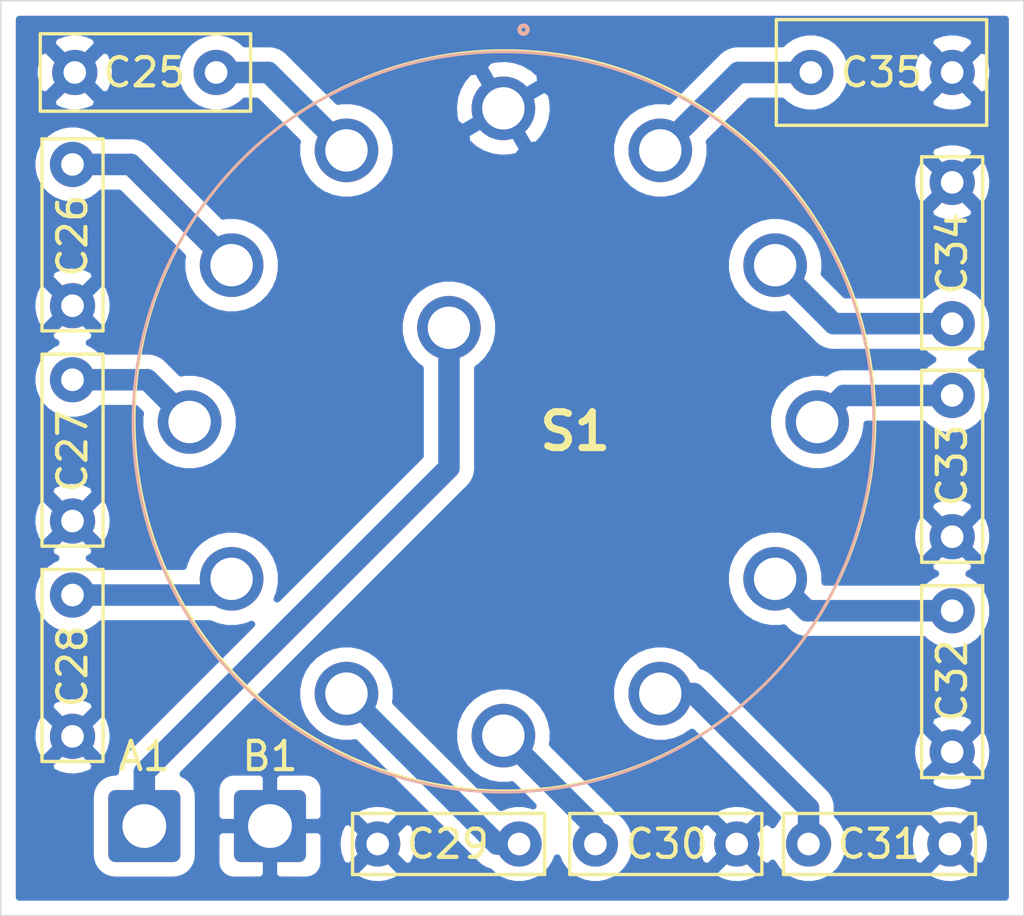
<source format=kicad_pcb>
(kicad_pcb (version 20171130) (host pcbnew "(5.1.10-1-10_14)")

  (general
    (thickness 1.6)
    (drawings 4)
    (tracks 27)
    (zones 0)
    (modules 14)
    (nets 14)
  )

  (page A4)
  (layers
    (0 F.Cu signal)
    (31 B.Cu signal)
    (32 B.Adhes user)
    (33 F.Adhes user)
    (34 B.Paste user)
    (35 F.Paste user)
    (36 B.SilkS user)
    (37 F.SilkS user)
    (38 B.Mask user)
    (39 F.Mask user)
    (40 Dwgs.User user)
    (41 Cmts.User user)
    (42 Eco1.User user)
    (43 Eco2.User user)
    (44 Edge.Cuts user)
    (45 Margin user)
    (46 B.CrtYd user)
    (47 F.CrtYd user hide)
    (48 B.Fab user)
    (49 F.Fab user hide)
  )

  (setup
    (last_trace_width 0.25)
    (user_trace_width 0.4064)
    (user_trace_width 0.508)
    (user_trace_width 0.762)
    (user_trace_width 1.016)
    (trace_clearance 0.2)
    (zone_clearance 0.508)
    (zone_45_only no)
    (trace_min 0.2)
    (via_size 0.8)
    (via_drill 0.4)
    (via_min_size 0.4)
    (via_min_drill 0.3)
    (uvia_size 0.3)
    (uvia_drill 0.1)
    (uvias_allowed no)
    (uvia_min_size 0.2)
    (uvia_min_drill 0.1)
    (edge_width 0.05)
    (segment_width 0.2)
    (pcb_text_width 0.3)
    (pcb_text_size 1.5 1.5)
    (mod_edge_width 0.12)
    (mod_text_size 1 1)
    (mod_text_width 0.15)
    (pad_size 1.524 1.524)
    (pad_drill 0.762)
    (pad_to_mask_clearance 0)
    (aux_axis_origin 0 0)
    (visible_elements FFFFFF7F)
    (pcbplotparams
      (layerselection 0x010fc_ffffffff)
      (usegerberextensions false)
      (usegerberattributes true)
      (usegerberadvancedattributes true)
      (creategerberjobfile true)
      (excludeedgelayer true)
      (linewidth 0.100000)
      (plotframeref false)
      (viasonmask false)
      (mode 1)
      (useauxorigin false)
      (hpglpennumber 1)
      (hpglpenspeed 20)
      (hpglpendiameter 15.000000)
      (psnegative false)
      (psa4output false)
      (plotreference true)
      (plotvalue true)
      (plotinvisibletext false)
      (padsonsilk false)
      (subtractmaskfromsilk false)
      (outputformat 1)
      (mirror false)
      (drillshape 1)
      (scaleselection 1)
      (outputdirectory ""))
  )

  (net 0 "")
  (net 1 "Net-(C25-Pad1)")
  (net 2 /B1-F2)
  (net 3 "Net-(C26-Pad2)")
  (net 4 "Net-(C27-Pad2)")
  (net 5 "Net-(C28-Pad2)")
  (net 6 "Net-(C29-Pad2)")
  (net 7 "Net-(C30-Pad2)")
  (net 8 "Net-(C31-Pad1)")
  (net 9 "Net-(C32-Pad1)")
  (net 10 "Net-(C33-Pad1)")
  (net 11 "Net-(C34-Pad1)")
  (net 12 "Net-(C35-Pad2)")
  (net 13 "Net-(A1-Pad1)")

  (net_class Default "This is the default net class."
    (clearance 0.2)
    (trace_width 0.25)
    (via_dia 0.8)
    (via_drill 0.4)
    (uvia_dia 0.3)
    (uvia_drill 0.1)
    (add_net /B1-F2)
    (add_net "Net-(A1-Pad1)")
    (add_net "Net-(C25-Pad1)")
    (add_net "Net-(C26-Pad2)")
    (add_net "Net-(C27-Pad2)")
    (add_net "Net-(C28-Pad2)")
    (add_net "Net-(C29-Pad2)")
    (add_net "Net-(C30-Pad2)")
    (add_net "Net-(C31-Pad1)")
    (add_net "Net-(C32-Pad1)")
    (add_net "Net-(C33-Pad1)")
    (add_net "Net-(C34-Pad1)")
    (add_net "Net-(C35-Pad2)")
  )

  (module Capacitor_THT:C_Disc_D4.3mm_W1.9mm_P5.00mm (layer F.Cu) (tedit 60B27DED) (tstamp 60B2CE49)
    (at 116.205 71.755 90)
    (descr "C, Disc series, Radial, pin pitch=5.00mm, , diameter*width=4.3*1.9mm^2, Capacitor, http://www.vishay.com/docs/45233/krseries.pdf")
    (tags "C Disc series Radial pin pitch 5.00mm  diameter 4.3mm width 1.9mm Capacitor")
    (path /60E6A0F5)
    (fp_text reference C26 (at 2.4765 0 90) (layer F.SilkS)
      (effects (font (size 1 1) (thickness 0.15)))
    )
    (fp_text value 1n (at 2.5 2.2 90) (layer F.Fab)
      (effects (font (size 1 1) (thickness 0.15)))
    )
    (fp_text user %R (at 2.5 0 90) (layer F.Fab)
      (effects (font (size 0.86 0.86) (thickness 0.129)))
    )
    (fp_line (start 0.35 -0.95) (end 0.35 0.95) (layer F.Fab) (width 0.1))
    (fp_line (start 0.35 0.95) (end 4.65 0.95) (layer F.Fab) (width 0.1))
    (fp_line (start 4.65 0.95) (end 4.65 -0.95) (layer F.Fab) (width 0.1))
    (fp_line (start 4.65 -0.95) (end 0.35 -0.95) (layer F.Fab) (width 0.1))
    (fp_line (start -0.889 -1.0795) (end 5.9055 -1.0795) (layer F.SilkS) (width 0.12))
    (fp_line (start -0.889 1.0795) (end 5.9055 1.0795) (layer F.SilkS) (width 0.12))
    (fp_line (start -0.889 -1.0795) (end -0.889 1.0795) (layer F.SilkS) (width 0.12))
    (fp_line (start 5.9055 1.0795) (end 5.9055 -1.0795) (layer F.SilkS) (width 0.12))
    (fp_line (start -1.05 -1.2) (end -1.05 1.2) (layer F.CrtYd) (width 0.05))
    (fp_line (start -1.05 1.2) (end 6.05 1.2) (layer F.CrtYd) (width 0.05))
    (fp_line (start 6.05 1.2) (end 6.05 -1.2) (layer F.CrtYd) (width 0.05))
    (fp_line (start 6.05 -1.2) (end -1.05 -1.2) (layer F.CrtYd) (width 0.05))
    (pad 2 thru_hole circle (at 5 0 90) (size 1.6 1.6) (drill 0.8) (layers *.Cu *.Mask)
      (net 3 "Net-(C26-Pad2)"))
    (pad 1 thru_hole circle (at 0 0 90) (size 1.6 1.6) (drill 0.8) (layers *.Cu *.Mask)
      (net 2 /B1-F2))
    (model ${KICAD6_3DMODEL_DIR}/Capacitor_THT.3dshapes/C_Disc_D4.3mm_W1.9mm_P5.00mm.wrl
      (at (xyz 0 0 0))
      (scale (xyz 1 1 1))
      (rotate (xyz 0 0 0))
    )
  )

  (module Capacitor_THT:C_Disc_D4.3mm_W1.9mm_P5.00mm (layer F.Cu) (tedit 60B27DED) (tstamp 60B2CE5E)
    (at 116.205 79.375 90)
    (descr "C, Disc series, Radial, pin pitch=5.00mm, , diameter*width=4.3*1.9mm^2, Capacitor, http://www.vishay.com/docs/45233/krseries.pdf")
    (tags "C Disc series Radial pin pitch 5.00mm  diameter 4.3mm width 1.9mm Capacitor")
    (path /60E69A79)
    (fp_text reference C27 (at 2.4765 0 90) (layer F.SilkS)
      (effects (font (size 1 1) (thickness 0.15)))
    )
    (fp_text value 2n2 (at 2.5 2.2 90) (layer F.Fab)
      (effects (font (size 1 1) (thickness 0.15)))
    )
    (fp_text user %R (at 2.5 0 90) (layer F.Fab)
      (effects (font (size 0.86 0.86) (thickness 0.129)))
    )
    (fp_line (start 0.35 -0.95) (end 0.35 0.95) (layer F.Fab) (width 0.1))
    (fp_line (start 0.35 0.95) (end 4.65 0.95) (layer F.Fab) (width 0.1))
    (fp_line (start 4.65 0.95) (end 4.65 -0.95) (layer F.Fab) (width 0.1))
    (fp_line (start 4.65 -0.95) (end 0.35 -0.95) (layer F.Fab) (width 0.1))
    (fp_line (start -0.889 -1.0795) (end 5.9055 -1.0795) (layer F.SilkS) (width 0.12))
    (fp_line (start -0.889 1.0795) (end 5.9055 1.0795) (layer F.SilkS) (width 0.12))
    (fp_line (start -0.889 -1.0795) (end -0.889 1.0795) (layer F.SilkS) (width 0.12))
    (fp_line (start 5.9055 1.0795) (end 5.9055 -1.0795) (layer F.SilkS) (width 0.12))
    (fp_line (start -1.05 -1.2) (end -1.05 1.2) (layer F.CrtYd) (width 0.05))
    (fp_line (start -1.05 1.2) (end 6.05 1.2) (layer F.CrtYd) (width 0.05))
    (fp_line (start 6.05 1.2) (end 6.05 -1.2) (layer F.CrtYd) (width 0.05))
    (fp_line (start 6.05 -1.2) (end -1.05 -1.2) (layer F.CrtYd) (width 0.05))
    (pad 2 thru_hole circle (at 5 0 90) (size 1.6 1.6) (drill 0.8) (layers *.Cu *.Mask)
      (net 4 "Net-(C27-Pad2)"))
    (pad 1 thru_hole circle (at 0 0 90) (size 1.6 1.6) (drill 0.8) (layers *.Cu *.Mask)
      (net 2 /B1-F2))
    (model ${KICAD6_3DMODEL_DIR}/Capacitor_THT.3dshapes/C_Disc_D4.3mm_W1.9mm_P5.00mm.wrl
      (at (xyz 0 0 0))
      (scale (xyz 1 1 1))
      (rotate (xyz 0 0 0))
    )
  )

  (module Capacitor_THT:C_Disc_D4.3mm_W1.9mm_P5.00mm (layer F.Cu) (tedit 60B27DED) (tstamp 60B2CE73)
    (at 116.205 86.995 90)
    (descr "C, Disc series, Radial, pin pitch=5.00mm, , diameter*width=4.3*1.9mm^2, Capacitor, http://www.vishay.com/docs/45233/krseries.pdf")
    (tags "C Disc series Radial pin pitch 5.00mm  diameter 4.3mm width 1.9mm Capacitor")
    (path /60E6D906)
    (fp_text reference C28 (at 2.4765 0 90) (layer F.SilkS)
      (effects (font (size 1 1) (thickness 0.15)))
    )
    (fp_text value 4n7 (at 2.5 2.2 90) (layer F.Fab)
      (effects (font (size 1 1) (thickness 0.15)))
    )
    (fp_text user %R (at 2.5 0 90) (layer F.Fab)
      (effects (font (size 0.86 0.86) (thickness 0.129)))
    )
    (fp_line (start 0.35 -0.95) (end 0.35 0.95) (layer F.Fab) (width 0.1))
    (fp_line (start 0.35 0.95) (end 4.65 0.95) (layer F.Fab) (width 0.1))
    (fp_line (start 4.65 0.95) (end 4.65 -0.95) (layer F.Fab) (width 0.1))
    (fp_line (start 4.65 -0.95) (end 0.35 -0.95) (layer F.Fab) (width 0.1))
    (fp_line (start -0.889 -1.0795) (end 5.9055 -1.0795) (layer F.SilkS) (width 0.12))
    (fp_line (start -0.889 1.0795) (end 5.9055 1.0795) (layer F.SilkS) (width 0.12))
    (fp_line (start -0.889 -1.0795) (end -0.889 1.0795) (layer F.SilkS) (width 0.12))
    (fp_line (start 5.9055 1.0795) (end 5.9055 -1.0795) (layer F.SilkS) (width 0.12))
    (fp_line (start -1.05 -1.2) (end -1.05 1.2) (layer F.CrtYd) (width 0.05))
    (fp_line (start -1.05 1.2) (end 6.05 1.2) (layer F.CrtYd) (width 0.05))
    (fp_line (start 6.05 1.2) (end 6.05 -1.2) (layer F.CrtYd) (width 0.05))
    (fp_line (start 6.05 -1.2) (end -1.05 -1.2) (layer F.CrtYd) (width 0.05))
    (pad 2 thru_hole circle (at 5 0 90) (size 1.6 1.6) (drill 0.8) (layers *.Cu *.Mask)
      (net 5 "Net-(C28-Pad2)"))
    (pad 1 thru_hole circle (at 0 0 90) (size 1.6 1.6) (drill 0.8) (layers *.Cu *.Mask)
      (net 2 /B1-F2))
    (model ${KICAD6_3DMODEL_DIR}/Capacitor_THT.3dshapes/C_Disc_D4.3mm_W1.9mm_P5.00mm.wrl
      (at (xyz 0 0 0))
      (scale (xyz 1 1 1))
      (rotate (xyz 0 0 0))
    )
  )

  (module Capacitor_THT:C_Disc_D4.3mm_W1.9mm_P5.00mm (layer F.Cu) (tedit 60B27DED) (tstamp 60B2CE88)
    (at 127 90.805)
    (descr "C, Disc series, Radial, pin pitch=5.00mm, , diameter*width=4.3*1.9mm^2, Capacitor, http://www.vishay.com/docs/45233/krseries.pdf")
    (tags "C Disc series Radial pin pitch 5.00mm  diameter 4.3mm width 1.9mm Capacitor")
    (path /60E6ED59)
    (fp_text reference C29 (at 2.4765 0) (layer F.SilkS)
      (effects (font (size 1 1) (thickness 0.15)))
    )
    (fp_text value 10n (at 2.5 2.2) (layer F.Fab)
      (effects (font (size 1 1) (thickness 0.15)))
    )
    (fp_text user %R (at 2.5 0) (layer F.Fab)
      (effects (font (size 0.86 0.86) (thickness 0.129)))
    )
    (fp_line (start 0.35 -0.95) (end 0.35 0.95) (layer F.Fab) (width 0.1))
    (fp_line (start 0.35 0.95) (end 4.65 0.95) (layer F.Fab) (width 0.1))
    (fp_line (start 4.65 0.95) (end 4.65 -0.95) (layer F.Fab) (width 0.1))
    (fp_line (start 4.65 -0.95) (end 0.35 -0.95) (layer F.Fab) (width 0.1))
    (fp_line (start -0.889 -1.0795) (end 5.9055 -1.0795) (layer F.SilkS) (width 0.12))
    (fp_line (start -0.889 1.0795) (end 5.9055 1.0795) (layer F.SilkS) (width 0.12))
    (fp_line (start -0.889 -1.0795) (end -0.889 1.0795) (layer F.SilkS) (width 0.12))
    (fp_line (start 5.9055 1.0795) (end 5.9055 -1.0795) (layer F.SilkS) (width 0.12))
    (fp_line (start -1.05 -1.2) (end -1.05 1.2) (layer F.CrtYd) (width 0.05))
    (fp_line (start -1.05 1.2) (end 6.05 1.2) (layer F.CrtYd) (width 0.05))
    (fp_line (start 6.05 1.2) (end 6.05 -1.2) (layer F.CrtYd) (width 0.05))
    (fp_line (start 6.05 -1.2) (end -1.05 -1.2) (layer F.CrtYd) (width 0.05))
    (pad 2 thru_hole circle (at 5 0) (size 1.6 1.6) (drill 0.8) (layers *.Cu *.Mask)
      (net 6 "Net-(C29-Pad2)"))
    (pad 1 thru_hole circle (at 0 0) (size 1.6 1.6) (drill 0.8) (layers *.Cu *.Mask)
      (net 2 /B1-F2))
    (model ${KICAD6_3DMODEL_DIR}/Capacitor_THT.3dshapes/C_Disc_D4.3mm_W1.9mm_P5.00mm.wrl
      (at (xyz 0 0 0))
      (scale (xyz 1 1 1))
      (rotate (xyz 0 0 0))
    )
  )

  (module Capacitor_THT:C_Disc_D4.3mm_W1.9mm_P5.00mm (layer F.Cu) (tedit 60B27DED) (tstamp 60B2CE9D)
    (at 139.7 90.805 180)
    (descr "C, Disc series, Radial, pin pitch=5.00mm, , diameter*width=4.3*1.9mm^2, Capacitor, http://www.vishay.com/docs/45233/krseries.pdf")
    (tags "C Disc series Radial pin pitch 5.00mm  diameter 4.3mm width 1.9mm Capacitor")
    (path /60E6F7DE)
    (fp_text reference C30 (at 2.4765 0) (layer F.SilkS)
      (effects (font (size 1 1) (thickness 0.15)))
    )
    (fp_text value 22n (at 2.5 2.2) (layer F.Fab)
      (effects (font (size 1 1) (thickness 0.15)))
    )
    (fp_text user %R (at 2.5 0) (layer F.Fab)
      (effects (font (size 0.86 0.86) (thickness 0.129)))
    )
    (fp_line (start 0.35 -0.95) (end 0.35 0.95) (layer F.Fab) (width 0.1))
    (fp_line (start 0.35 0.95) (end 4.65 0.95) (layer F.Fab) (width 0.1))
    (fp_line (start 4.65 0.95) (end 4.65 -0.95) (layer F.Fab) (width 0.1))
    (fp_line (start 4.65 -0.95) (end 0.35 -0.95) (layer F.Fab) (width 0.1))
    (fp_line (start -0.889 -1.0795) (end 5.9055 -1.0795) (layer F.SilkS) (width 0.12))
    (fp_line (start -0.889 1.0795) (end 5.9055 1.0795) (layer F.SilkS) (width 0.12))
    (fp_line (start -0.889 -1.0795) (end -0.889 1.0795) (layer F.SilkS) (width 0.12))
    (fp_line (start 5.9055 1.0795) (end 5.9055 -1.0795) (layer F.SilkS) (width 0.12))
    (fp_line (start -1.05 -1.2) (end -1.05 1.2) (layer F.CrtYd) (width 0.05))
    (fp_line (start -1.05 1.2) (end 6.05 1.2) (layer F.CrtYd) (width 0.05))
    (fp_line (start 6.05 1.2) (end 6.05 -1.2) (layer F.CrtYd) (width 0.05))
    (fp_line (start 6.05 -1.2) (end -1.05 -1.2) (layer F.CrtYd) (width 0.05))
    (pad 2 thru_hole circle (at 5 0 180) (size 1.6 1.6) (drill 0.8) (layers *.Cu *.Mask)
      (net 7 "Net-(C30-Pad2)"))
    (pad 1 thru_hole circle (at 0 0 180) (size 1.6 1.6) (drill 0.8) (layers *.Cu *.Mask)
      (net 2 /B1-F2))
    (model ${KICAD6_3DMODEL_DIR}/Capacitor_THT.3dshapes/C_Disc_D4.3mm_W1.9mm_P5.00mm.wrl
      (at (xyz 0 0 0))
      (scale (xyz 1 1 1))
      (rotate (xyz 0 0 0))
    )
  )

  (module Capacitor_THT:C_Disc_D4.3mm_W1.9mm_P5.00mm (layer F.Cu) (tedit 60B27DED) (tstamp 60B2CEB2)
    (at 142.24 90.805)
    (descr "C, Disc series, Radial, pin pitch=5.00mm, , diameter*width=4.3*1.9mm^2, Capacitor, http://www.vishay.com/docs/45233/krseries.pdf")
    (tags "C Disc series Radial pin pitch 5.00mm  diameter 4.3mm width 1.9mm Capacitor")
    (path /60E6FDD4)
    (fp_text reference C31 (at 2.4765 0) (layer F.SilkS)
      (effects (font (size 1 1) (thickness 0.15)))
    )
    (fp_text value 47n (at 2.5 2.2) (layer F.Fab)
      (effects (font (size 1 1) (thickness 0.15)))
    )
    (fp_text user %R (at 2.5 0) (layer F.Fab)
      (effects (font (size 0.86 0.86) (thickness 0.129)))
    )
    (fp_line (start 0.35 -0.95) (end 0.35 0.95) (layer F.Fab) (width 0.1))
    (fp_line (start 0.35 0.95) (end 4.65 0.95) (layer F.Fab) (width 0.1))
    (fp_line (start 4.65 0.95) (end 4.65 -0.95) (layer F.Fab) (width 0.1))
    (fp_line (start 4.65 -0.95) (end 0.35 -0.95) (layer F.Fab) (width 0.1))
    (fp_line (start -0.889 -1.0795) (end 5.9055 -1.0795) (layer F.SilkS) (width 0.12))
    (fp_line (start -0.889 1.0795) (end 5.9055 1.0795) (layer F.SilkS) (width 0.12))
    (fp_line (start -0.889 -1.0795) (end -0.889 1.0795) (layer F.SilkS) (width 0.12))
    (fp_line (start 5.9055 1.0795) (end 5.9055 -1.0795) (layer F.SilkS) (width 0.12))
    (fp_line (start -1.05 -1.2) (end -1.05 1.2) (layer F.CrtYd) (width 0.05))
    (fp_line (start -1.05 1.2) (end 6.05 1.2) (layer F.CrtYd) (width 0.05))
    (fp_line (start 6.05 1.2) (end 6.05 -1.2) (layer F.CrtYd) (width 0.05))
    (fp_line (start 6.05 -1.2) (end -1.05 -1.2) (layer F.CrtYd) (width 0.05))
    (pad 2 thru_hole circle (at 5 0) (size 1.6 1.6) (drill 0.8) (layers *.Cu *.Mask)
      (net 2 /B1-F2))
    (pad 1 thru_hole circle (at 0 0) (size 1.6 1.6) (drill 0.8) (layers *.Cu *.Mask)
      (net 8 "Net-(C31-Pad1)"))
    (model ${KICAD6_3DMODEL_DIR}/Capacitor_THT.3dshapes/C_Disc_D4.3mm_W1.9mm_P5.00mm.wrl
      (at (xyz 0 0 0))
      (scale (xyz 1 1 1))
      (rotate (xyz 0 0 0))
    )
  )

  (module Capacitor_THT:C_Disc_D4.3mm_W1.9mm_P5.00mm (layer F.Cu) (tedit 60B27DED) (tstamp 60B2CEC7)
    (at 147.32 82.55 270)
    (descr "C, Disc series, Radial, pin pitch=5.00mm, , diameter*width=4.3*1.9mm^2, Capacitor, http://www.vishay.com/docs/45233/krseries.pdf")
    (tags "C Disc series Radial pin pitch 5.00mm  diameter 4.3mm width 1.9mm Capacitor")
    (path /60E70F92)
    (fp_text reference C32 (at 2.4765 0 90) (layer F.SilkS)
      (effects (font (size 1 1) (thickness 0.15)))
    )
    (fp_text value 100n (at 2.5 2.2 90) (layer F.Fab)
      (effects (font (size 1 1) (thickness 0.15)))
    )
    (fp_text user %R (at 2.5 0 90) (layer F.Fab)
      (effects (font (size 0.86 0.86) (thickness 0.129)))
    )
    (fp_line (start 0.35 -0.95) (end 0.35 0.95) (layer F.Fab) (width 0.1))
    (fp_line (start 0.35 0.95) (end 4.65 0.95) (layer F.Fab) (width 0.1))
    (fp_line (start 4.65 0.95) (end 4.65 -0.95) (layer F.Fab) (width 0.1))
    (fp_line (start 4.65 -0.95) (end 0.35 -0.95) (layer F.Fab) (width 0.1))
    (fp_line (start -0.889 -1.0795) (end 5.9055 -1.0795) (layer F.SilkS) (width 0.12))
    (fp_line (start -0.889 1.0795) (end 5.9055 1.0795) (layer F.SilkS) (width 0.12))
    (fp_line (start -0.889 -1.0795) (end -0.889 1.0795) (layer F.SilkS) (width 0.12))
    (fp_line (start 5.9055 1.0795) (end 5.9055 -1.0795) (layer F.SilkS) (width 0.12))
    (fp_line (start -1.05 -1.2) (end -1.05 1.2) (layer F.CrtYd) (width 0.05))
    (fp_line (start -1.05 1.2) (end 6.05 1.2) (layer F.CrtYd) (width 0.05))
    (fp_line (start 6.05 1.2) (end 6.05 -1.2) (layer F.CrtYd) (width 0.05))
    (fp_line (start 6.05 -1.2) (end -1.05 -1.2) (layer F.CrtYd) (width 0.05))
    (pad 2 thru_hole circle (at 5 0 270) (size 1.6 1.6) (drill 0.8) (layers *.Cu *.Mask)
      (net 2 /B1-F2))
    (pad 1 thru_hole circle (at 0 0 270) (size 1.6 1.6) (drill 0.8) (layers *.Cu *.Mask)
      (net 9 "Net-(C32-Pad1)"))
    (model ${KICAD6_3DMODEL_DIR}/Capacitor_THT.3dshapes/C_Disc_D4.3mm_W1.9mm_P5.00mm.wrl
      (at (xyz 0 0 0))
      (scale (xyz 1 1 1))
      (rotate (xyz 0 0 0))
    )
  )

  (module Capacitor_THT:C_Disc_D4.3mm_W1.9mm_P5.00mm (layer F.Cu) (tedit 60B27DED) (tstamp 60B2E14A)
    (at 147.32 74.93 270)
    (descr "C, Disc series, Radial, pin pitch=5.00mm, , diameter*width=4.3*1.9mm^2, Capacitor, http://www.vishay.com/docs/45233/krseries.pdf")
    (tags "C Disc series Radial pin pitch 5.00mm  diameter 4.3mm width 1.9mm Capacitor")
    (path /60EC05F6)
    (fp_text reference C33 (at 2.4765 0 90) (layer F.SilkS)
      (effects (font (size 1 1) (thickness 0.15)))
    )
    (fp_text value 220n (at 2.5 2.2 90) (layer F.Fab)
      (effects (font (size 1 1) (thickness 0.15)))
    )
    (fp_text user %R (at 2.5 0 90) (layer F.Fab)
      (effects (font (size 0.86 0.86) (thickness 0.129)))
    )
    (fp_line (start 0.35 -0.95) (end 0.35 0.95) (layer F.Fab) (width 0.1))
    (fp_line (start 0.35 0.95) (end 4.65 0.95) (layer F.Fab) (width 0.1))
    (fp_line (start 4.65 0.95) (end 4.65 -0.95) (layer F.Fab) (width 0.1))
    (fp_line (start 4.65 -0.95) (end 0.35 -0.95) (layer F.Fab) (width 0.1))
    (fp_line (start -0.889 -1.0795) (end 5.9055 -1.0795) (layer F.SilkS) (width 0.12))
    (fp_line (start -0.889 1.0795) (end 5.9055 1.0795) (layer F.SilkS) (width 0.12))
    (fp_line (start -0.889 -1.0795) (end -0.889 1.0795) (layer F.SilkS) (width 0.12))
    (fp_line (start 5.9055 1.0795) (end 5.9055 -1.0795) (layer F.SilkS) (width 0.12))
    (fp_line (start -1.05 -1.2) (end -1.05 1.2) (layer F.CrtYd) (width 0.05))
    (fp_line (start -1.05 1.2) (end 6.05 1.2) (layer F.CrtYd) (width 0.05))
    (fp_line (start 6.05 1.2) (end 6.05 -1.2) (layer F.CrtYd) (width 0.05))
    (fp_line (start 6.05 -1.2) (end -1.05 -1.2) (layer F.CrtYd) (width 0.05))
    (pad 2 thru_hole circle (at 5 0 270) (size 1.6 1.6) (drill 0.8) (layers *.Cu *.Mask)
      (net 2 /B1-F2))
    (pad 1 thru_hole circle (at 0 0 270) (size 1.6 1.6) (drill 0.8) (layers *.Cu *.Mask)
      (net 10 "Net-(C33-Pad1)"))
    (model ${KICAD6_3DMODEL_DIR}/Capacitor_THT.3dshapes/C_Disc_D4.3mm_W1.9mm_P5.00mm.wrl
      (at (xyz 0 0 0))
      (scale (xyz 1 1 1))
      (rotate (xyz 0 0 0))
    )
  )

  (module Capacitor_THT:C_Disc_D4.3mm_W1.9mm_P5.00mm (layer F.Cu) (tedit 60B27DED) (tstamp 60B2CEF1)
    (at 147.32 72.39 90)
    (descr "C, Disc series, Radial, pin pitch=5.00mm, , diameter*width=4.3*1.9mm^2, Capacitor, http://www.vishay.com/docs/45233/krseries.pdf")
    (tags "C Disc series Radial pin pitch 5.00mm  diameter 4.3mm width 1.9mm Capacitor")
    (path /60EC96C2)
    (fp_text reference C34 (at 2.4765 0 90) (layer F.SilkS)
      (effects (font (size 1 1) (thickness 0.15)))
    )
    (fp_text value 470n (at 2.5 2.2 90) (layer F.Fab)
      (effects (font (size 1 1) (thickness 0.15)))
    )
    (fp_text user %R (at 2.5 0 90) (layer F.Fab)
      (effects (font (size 0.86 0.86) (thickness 0.129)))
    )
    (fp_line (start 0.35 -0.95) (end 0.35 0.95) (layer F.Fab) (width 0.1))
    (fp_line (start 0.35 0.95) (end 4.65 0.95) (layer F.Fab) (width 0.1))
    (fp_line (start 4.65 0.95) (end 4.65 -0.95) (layer F.Fab) (width 0.1))
    (fp_line (start 4.65 -0.95) (end 0.35 -0.95) (layer F.Fab) (width 0.1))
    (fp_line (start -0.889 -1.0795) (end 5.9055 -1.0795) (layer F.SilkS) (width 0.12))
    (fp_line (start -0.889 1.0795) (end 5.9055 1.0795) (layer F.SilkS) (width 0.12))
    (fp_line (start -0.889 -1.0795) (end -0.889 1.0795) (layer F.SilkS) (width 0.12))
    (fp_line (start 5.9055 1.0795) (end 5.9055 -1.0795) (layer F.SilkS) (width 0.12))
    (fp_line (start -1.05 -1.2) (end -1.05 1.2) (layer F.CrtYd) (width 0.05))
    (fp_line (start -1.05 1.2) (end 6.05 1.2) (layer F.CrtYd) (width 0.05))
    (fp_line (start 6.05 1.2) (end 6.05 -1.2) (layer F.CrtYd) (width 0.05))
    (fp_line (start 6.05 -1.2) (end -1.05 -1.2) (layer F.CrtYd) (width 0.05))
    (pad 2 thru_hole circle (at 5 0 90) (size 1.6 1.6) (drill 0.8) (layers *.Cu *.Mask)
      (net 2 /B1-F2))
    (pad 1 thru_hole circle (at 0 0 90) (size 1.6 1.6) (drill 0.8) (layers *.Cu *.Mask)
      (net 11 "Net-(C34-Pad1)"))
    (model ${KICAD6_3DMODEL_DIR}/Capacitor_THT.3dshapes/C_Disc_D4.3mm_W1.9mm_P5.00mm.wrl
      (at (xyz 0 0 0))
      (scale (xyz 1 1 1))
      (rotate (xyz 0 0 0))
    )
  )

  (module Rotary_Switch_12-Pos:CK1059 (layer B.Cu) (tedit 60B27BD8) (tstamp 60B2D365)
    (at 131.445 64.77 345)
    (descr CK1059)
    (tags Switch)
    (path /60A3C797)
    (fp_text reference S1 (at 5.411753 10.383132 180) (layer F.SilkS)
      (effects (font (size 1.27 1.27) (thickness 0.254)))
    )
    (fp_text value CK1049 (at 2.52889 10.56878 165) (layer B.SilkS) hide
      (effects (font (size 1.27 1.27) (thickness 0.254)) (justify mirror))
    )
    (fp_text user %R (at 3.571665 10.876182 180) (layer B.Fab)
      (effects (font (size 1.27 1.27) (thickness 0.254)) (justify mirror))
    )
    (fp_circle (center -0.032 -2.875) (end -0.032 -2.944) (layer B.SilkS) (width 0.15))
    (fp_circle (center 2.87289 10.72178) (end 2.87289 -2.37822) (layer B.SilkS) (width 0.1))
    (fp_circle (center 2.87289 10.72178) (end 2.87289 -2.37822) (layer B.Fab) (width 0.1))
    (fp_circle (center 2.902 10.668) (end 16.002 10.668) (layer F.SilkS) (width 0.1))
    (pad A1 thru_hole circle (at 0.15053 7.99942 345) (size 2.25 2.25) (drill 1.5) (layers *.Cu *.Mask)
      (net 13 "Net-(A1-Pad1)"))
    (pad 5 thru_hole circle (at -4.97599 18.57066 345) (size 2.25 2.25) (drill 1.5) (layers *.Cu *.Mask)
      (net 5 "Net-(C28-Pad2)"))
    (pad 4 thru_hole circle (at -7.84889 13.59467 345) (size 2.25 2.25) (drill 1.5) (layers *.Cu *.Mask)
      (net 4 "Net-(C27-Pad2)"))
    (pad 3 thru_hole circle (at -7.84889 7.84889 345) (size 2.25 2.25) (drill 1.5) (layers *.Cu *.Mask)
      (net 3 "Net-(C26-Pad2)"))
    (pad 2 thru_hole circle (at -4.97599 2.87289 345) (size 2.25 2.25) (drill 1.5) (layers *.Cu *.Mask)
      (net 1 "Net-(C25-Pad1)"))
    (pad 1 thru_hole circle (at 0 0 345) (size 2.25 2.25) (drill 1.5) (layers *.Cu *.Mask)
      (net 2 /B1-F2))
    (pad 12 thru_hole circle (at 5.74578 0 345) (size 2.25 2.25) (drill 1.5) (layers *.Cu *.Mask)
      (net 12 "Net-(C35-Pad2)"))
    (pad 11 thru_hole circle (at 10.72178 2.87289 345) (size 2.25 2.25) (drill 1.5) (layers *.Cu *.Mask)
      (net 11 "Net-(C34-Pad1)"))
    (pad 10 thru_hole circle (at 13.59467 7.84889 345) (size 2.25 2.25) (drill 1.5) (layers *.Cu *.Mask)
      (net 10 "Net-(C33-Pad1)"))
    (pad 9 thru_hole circle (at 13.59467 13.59467 345) (size 2.25 2.25) (drill 1.5) (layers *.Cu *.Mask)
      (net 9 "Net-(C32-Pad1)"))
    (pad 8 thru_hole circle (at 10.72178 18.57066 345) (size 2.25 2.25) (drill 1.5) (layers *.Cu *.Mask)
      (net 8 "Net-(C31-Pad1)"))
    (pad 7 thru_hole circle (at 5.74578 21.44355 345) (size 2.25 2.25) (drill 1.5) (layers *.Cu *.Mask)
      (net 7 "Net-(C30-Pad2)"))
    (pad 6 thru_hole circle (at 0 21.44355 345) (size 2.25 2.25) (drill 1.5) (layers *.Cu *.Mask)
      (net 6 "Net-(C29-Pad2)"))
  )

  (module Connector_Wire:SolderWire-0.75sqmm_1x01_D1.25mm_OD2.3mm (layer F.Cu) (tedit 5EB70B43) (tstamp 60B2DA1C)
    (at 123.19 90.17)
    (descr "Soldered wire connection, for a single 0.75 mm² wire, basic insulation, conductor diameter 1.25mm, outer diameter 2.3mm, size source Multi-Contact FLEXI-E 0.75 (https://ec.staubli.com/AcroFiles/Catalogues/TM_Cab-Main-11014119_(en)_hi.pdf), bend radius 3 times outer diameter, generated with kicad-footprint-generator")
    (tags "connector wire 0.75sqmm")
    (path /60F3D88E)
    (attr virtual)
    (fp_text reference B1 (at 0 -2.47) (layer F.SilkS)
      (effects (font (size 1 1) (thickness 0.15)))
    )
    (fp_text value pad (at 0 2.47) (layer F.Fab)
      (effects (font (size 1 1) (thickness 0.15)))
    )
    (fp_line (start 1.9 -1.78) (end -1.9 -1.78) (layer F.CrtYd) (width 0.05))
    (fp_line (start 1.9 1.78) (end 1.9 -1.78) (layer F.CrtYd) (width 0.05))
    (fp_line (start -1.9 1.78) (end 1.9 1.78) (layer F.CrtYd) (width 0.05))
    (fp_line (start -1.9 -1.78) (end -1.9 1.78) (layer F.CrtYd) (width 0.05))
    (fp_circle (center 0 0) (end 1.15 0) (layer F.Fab) (width 0.1))
    (fp_text user %R (at 0 0) (layer F.Fab)
      (effects (font (size 0.57 0.57) (thickness 0.09)))
    )
    (pad 1 thru_hole roundrect (at 0 0) (size 2.55 2.55) (drill 1.55) (layers *.Cu *.Mask) (roundrect_rratio 0.098039)
      (net 2 /B1-F2))
    (model ${KICAD6_3DMODEL_DIR}/Connector_Wire.3dshapes/SolderWire-0.75sqmm_1x01_D1.25mm_OD2.3mm.wrl
      (at (xyz 0 0 0))
      (scale (xyz 1 1 1))
      (rotate (xyz 0 0 0))
    )
  )

  (module Connector_Wire:SolderWire-0.75sqmm_1x01_D1.25mm_OD2.3mm (layer F.Cu) (tedit 5EB70B43) (tstamp 60B2E012)
    (at 118.745 90.17)
    (descr "Soldered wire connection, for a single 0.75 mm² wire, basic insulation, conductor diameter 1.25mm, outer diameter 2.3mm, size source Multi-Contact FLEXI-E 0.75 (https://ec.staubli.com/AcroFiles/Catalogues/TM_Cab-Main-11014119_(en)_hi.pdf), bend radius 3 times outer diameter, generated with kicad-footprint-generator")
    (tags "connector wire 0.75sqmm")
    (path /60F3CB61)
    (attr virtual)
    (fp_text reference A1 (at 0 -2.47) (layer F.SilkS)
      (effects (font (size 1 1) (thickness 0.15)))
    )
    (fp_text value pad (at 0 2.47) (layer F.Fab)
      (effects (font (size 1 1) (thickness 0.15)))
    )
    (fp_line (start 1.9 -1.78) (end -1.9 -1.78) (layer F.CrtYd) (width 0.05))
    (fp_line (start 1.9 1.78) (end 1.9 -1.78) (layer F.CrtYd) (width 0.05))
    (fp_line (start -1.9 1.78) (end 1.9 1.78) (layer F.CrtYd) (width 0.05))
    (fp_line (start -1.9 -1.78) (end -1.9 1.78) (layer F.CrtYd) (width 0.05))
    (fp_circle (center 0 0) (end 1.15 0) (layer F.Fab) (width 0.1))
    (fp_text user %R (at 0 0) (layer F.Fab)
      (effects (font (size 0.57 0.57) (thickness 0.09)))
    )
    (pad 1 thru_hole roundrect (at 0 0) (size 2.55 2.55) (drill 1.55) (layers *.Cu *.Mask) (roundrect_rratio 0.098039)
      (net 13 "Net-(A1-Pad1)"))
    (model ${KICAD6_3DMODEL_DIR}/Connector_Wire.3dshapes/SolderWire-0.75sqmm_1x01_D1.25mm_OD2.3mm.wrl
      (at (xyz 0 0 0))
      (scale (xyz 1 1 1))
      (rotate (xyz 0 0 0))
    )
  )

  (module Capacitor_THT:C_Rect_L7.2mm_W2.5mm_P5.00mm_FKS2_FKP2_MKS2_MKP2 (layer F.Cu) (tedit 5AE50EF0) (tstamp 60B2DDCE)
    (at 121.285 63.5 180)
    (descr "C, Rect series, Radial, pin pitch=5.00mm, , length*width=7.2*2.5mm^2, Capacitor, http://www.wima.com/EN/WIMA_FKS_2.pdf")
    (tags "C Rect series Radial pin pitch 5.00mm  length 7.2mm width 2.5mm Capacitor")
    (path /60E68EA1)
    (fp_text reference C25 (at 2.54 0) (layer F.SilkS)
      (effects (font (size 1 1) (thickness 0.15)))
    )
    (fp_text value 470pF (at 2.5 2.5) (layer F.Fab)
      (effects (font (size 1 1) (thickness 0.15)))
    )
    (fp_line (start -1.1 -1.25) (end -1.1 1.25) (layer F.Fab) (width 0.1))
    (fp_line (start -1.1 1.25) (end 6.1 1.25) (layer F.Fab) (width 0.1))
    (fp_line (start 6.1 1.25) (end 6.1 -1.25) (layer F.Fab) (width 0.1))
    (fp_line (start 6.1 -1.25) (end -1.1 -1.25) (layer F.Fab) (width 0.1))
    (fp_line (start -1.22 -1.37) (end 6.22 -1.37) (layer F.SilkS) (width 0.12))
    (fp_line (start -1.22 1.37) (end 6.22 1.37) (layer F.SilkS) (width 0.12))
    (fp_line (start -1.22 -1.37) (end -1.22 1.37) (layer F.SilkS) (width 0.12))
    (fp_line (start 6.22 -1.37) (end 6.22 1.37) (layer F.SilkS) (width 0.12))
    (fp_line (start -1.35 -1.5) (end -1.35 1.5) (layer F.CrtYd) (width 0.05))
    (fp_line (start -1.35 1.5) (end 6.35 1.5) (layer F.CrtYd) (width 0.05))
    (fp_line (start 6.35 1.5) (end 6.35 -1.5) (layer F.CrtYd) (width 0.05))
    (fp_line (start 6.35 -1.5) (end -1.35 -1.5) (layer F.CrtYd) (width 0.05))
    (fp_text user %R (at 2.5 0) (layer F.Fab)
      (effects (font (size 1 1) (thickness 0.15)))
    )
    (pad 1 thru_hole circle (at 0 0 180) (size 1.6 1.6) (drill 0.8) (layers *.Cu *.Mask)
      (net 1 "Net-(C25-Pad1)"))
    (pad 2 thru_hole circle (at 5 0 180) (size 1.6 1.6) (drill 0.8) (layers *.Cu *.Mask)
      (net 2 /B1-F2))
    (model ${KICAD6_3DMODEL_DIR}/Capacitor_THT.3dshapes/C_Rect_L7.2mm_W2.5mm_P5.00mm_FKS2_FKP2_MKS2_MKP2.wrl
      (at (xyz 0 0 0))
      (scale (xyz 1 1 1))
      (rotate (xyz 0 0 0))
    )
  )

  (module Capacitor_THT:C_Rect_L7.2mm_W3.5mm_P5.00mm_FKS2_FKP2_MKS2_MKP2 (layer F.Cu) (tedit 5AE50EF0) (tstamp 60B2CF04)
    (at 147.32 63.5 180)
    (descr "C, Rect series, Radial, pin pitch=5.00mm, , length*width=7.2*3.5mm^2, Capacitor, http://www.wima.com/EN/WIMA_FKS_2.pdf")
    (tags "C Rect series Radial pin pitch 5.00mm  length 7.2mm width 3.5mm Capacitor")
    (path /60ED217F)
    (fp_text reference C35 (at 2.5 0) (layer F.SilkS)
      (effects (font (size 1 1) (thickness 0.15)))
    )
    (fp_text value 1µF (at 2.5 3) (layer F.Fab)
      (effects (font (size 1 1) (thickness 0.15)))
    )
    (fp_line (start -1.1 -1.75) (end -1.1 1.75) (layer F.Fab) (width 0.1))
    (fp_line (start -1.1 1.75) (end 6.1 1.75) (layer F.Fab) (width 0.1))
    (fp_line (start 6.1 1.75) (end 6.1 -1.75) (layer F.Fab) (width 0.1))
    (fp_line (start 6.1 -1.75) (end -1.1 -1.75) (layer F.Fab) (width 0.1))
    (fp_line (start -1.22 -1.87) (end 6.22 -1.87) (layer F.SilkS) (width 0.12))
    (fp_line (start -1.22 1.87) (end 6.22 1.87) (layer F.SilkS) (width 0.12))
    (fp_line (start -1.22 -1.87) (end -1.22 1.87) (layer F.SilkS) (width 0.12))
    (fp_line (start 6.22 -1.87) (end 6.22 1.87) (layer F.SilkS) (width 0.12))
    (fp_line (start -1.35 -2) (end -1.35 2) (layer F.CrtYd) (width 0.05))
    (fp_line (start -1.35 2) (end 6.35 2) (layer F.CrtYd) (width 0.05))
    (fp_line (start 6.35 2) (end 6.35 -2) (layer F.CrtYd) (width 0.05))
    (fp_line (start 6.35 -2) (end -1.35 -2) (layer F.CrtYd) (width 0.05))
    (fp_text user %R (at 2.5 0) (layer F.Fab)
      (effects (font (size 1 1) (thickness 0.15)))
    )
    (pad 1 thru_hole circle (at 0 0 180) (size 1.6 1.6) (drill 0.8) (layers *.Cu *.Mask)
      (net 2 /B1-F2))
    (pad 2 thru_hole circle (at 5 0 180) (size 1.6 1.6) (drill 0.8) (layers *.Cu *.Mask)
      (net 12 "Net-(C35-Pad2)"))
    (model ${KICAD6_3DMODEL_DIR}/Capacitor_THT.3dshapes/C_Rect_L7.2mm_W3.5mm_P5.00mm_FKS2_FKP2_MKS2_MKP2.wrl
      (at (xyz 0 0 0))
      (scale (xyz 1 1 1))
      (rotate (xyz 0 0 0))
    )
  )

  (gr_line (start 113.665 93.345) (end 113.665 60.96) (layer Edge.Cuts) (width 0.05))
  (gr_line (start 149.86 93.345) (end 113.665 93.345) (layer Edge.Cuts) (width 0.05))
  (gr_line (start 149.86 60.96) (end 149.86 93.345) (layer Edge.Cuts) (width 0.05))
  (gr_line (start 113.665 60.96) (end 149.86 60.96) (layer Edge.Cuts) (width 0.05))

  (segment (start 123.137886 63.5) (end 125.895004 66.257118) (width 0.762) (layer B.Cu) (net 1))
  (segment (start 121.285 63.5) (end 123.137886 63.5) (width 0.762) (layer B.Cu) (net 1))
  (segment (start 118.267109 66.755) (end 121.832112 70.320003) (width 0.762) (layer B.Cu) (net 3))
  (segment (start 116.205 66.755) (end 118.267109 66.755) (width 0.762) (layer B.Cu) (net 3))
  (segment (start 118.849994 74.375) (end 120.344995 75.870001) (width 0.762) (layer B.Cu) (net 4))
  (segment (start 116.205 74.375) (end 118.849994 74.375) (width 0.762) (layer B.Cu) (net 4))
  (segment (start 121.257121 81.995) (end 121.832122 81.419999) (width 0.762) (layer B.Cu) (net 5))
  (segment (start 116.205 81.995) (end 121.257121 81.995) (width 0.762) (layer B.Cu) (net 5))
  (segment (start 131.217122 90.805) (end 132 90.805) (width 0.762) (layer B.Cu) (net 6))
  (segment (start 125.895001 85.482879) (end 131.217122 90.805) (width 0.762) (layer B.Cu) (net 6))
  (segment (start 131.444998 86.969996) (end 134.62 90.144998) (width 0.762) (layer B.Cu) (net 7))
  (segment (start 134.62 90.725) (end 134.7 90.805) (width 0.762) (layer B.Cu) (net 7))
  (segment (start 134.62 90.144998) (end 134.62 90.725) (width 0.762) (layer B.Cu) (net 7))
  (segment (start 136.995004 85.482881) (end 138.187881 85.482881) (width 0.762) (layer B.Cu) (net 8))
  (segment (start 142.24 89.535) (end 142.24 90.805) (width 0.762) (layer B.Cu) (net 8))
  (segment (start 138.187881 85.482881) (end 142.24 89.535) (width 0.762) (layer B.Cu) (net 8))
  (segment (start 142.187881 82.55) (end 141.057883 81.420002) (width 0.762) (layer B.Cu) (net 9))
  (segment (start 147.32 82.55) (end 142.187881 82.55) (width 0.762) (layer B.Cu) (net 9))
  (segment (start 143.485006 74.93) (end 142.545001 75.870005) (width 0.762) (layer B.Cu) (net 10))
  (segment (start 147.32 74.93) (end 143.485006 74.93) (width 0.762) (layer B.Cu) (net 10))
  (segment (start 143.127886 72.39) (end 141.057886 70.32) (width 0.762) (layer B.Cu) (net 11))
  (segment (start 147.32 72.39) (end 143.127886 72.39) (width 0.762) (layer B.Cu) (net 11))
  (segment (start 139.752114 63.5) (end 136.994997 66.257117) (width 0.762) (layer B.Cu) (net 12))
  (segment (start 142.32 63.5) (end 139.752114 63.5) (width 0.762) (layer B.Cu) (net 12))
  (segment (start 118.745 90.17) (end 118.745 88.265) (width 0.762) (layer B.Cu) (net 13))
  (segment (start 129.519999 77.490001) (end 129.519999 72.535806) (width 0.762) (layer B.Cu) (net 13))
  (segment (start 118.745 88.265) (end 129.519999 77.490001) (width 0.762) (layer B.Cu) (net 13))

  (zone (net 2) (net_name /B1-F2) (layer B.Cu) (tstamp 0) (hatch edge 0.508)
    (connect_pads (clearance 0.508))
    (min_thickness 0.254)
    (fill yes (arc_segments 32) (thermal_gap 0.508) (thermal_bridge_width 0.508))
    (polygon
      (pts
        (xy 149.86 93.345) (xy 113.665 93.345) (xy 113.665 60.96) (xy 149.86 60.96)
      )
    )
    (filled_polygon
      (pts
        (xy 149.200001 92.685) (xy 114.325 92.685) (xy 114.325 87.987702) (xy 115.391903 87.987702) (xy 115.463486 88.231671)
        (xy 115.718996 88.352571) (xy 115.993184 88.4213) (xy 116.275512 88.435217) (xy 116.55513 88.393787) (xy 116.821292 88.298603)
        (xy 116.946514 88.231671) (xy 117.018097 87.987702) (xy 116.205 87.174605) (xy 115.391903 87.987702) (xy 114.325 87.987702)
        (xy 114.325 87.065512) (xy 114.764783 87.065512) (xy 114.806213 87.34513) (xy 114.901397 87.611292) (xy 114.968329 87.736514)
        (xy 115.212298 87.808097) (xy 116.025395 86.995) (xy 116.384605 86.995) (xy 117.197702 87.808097) (xy 117.441671 87.736514)
        (xy 117.562571 87.481004) (xy 117.6313 87.206816) (xy 117.645217 86.924488) (xy 117.603787 86.64487) (xy 117.508603 86.378708)
        (xy 117.441671 86.253486) (xy 117.197702 86.181903) (xy 116.384605 86.995) (xy 116.025395 86.995) (xy 115.212298 86.181903)
        (xy 114.968329 86.253486) (xy 114.847429 86.508996) (xy 114.7787 86.783184) (xy 114.764783 87.065512) (xy 114.325 87.065512)
        (xy 114.325 86.002298) (xy 115.391903 86.002298) (xy 116.205 86.815395) (xy 117.018097 86.002298) (xy 116.946514 85.758329)
        (xy 116.691004 85.637429) (xy 116.416816 85.5687) (xy 116.134488 85.554783) (xy 115.85487 85.596213) (xy 115.588708 85.691397)
        (xy 115.463486 85.758329) (xy 115.391903 86.002298) (xy 114.325 86.002298) (xy 114.325 81.853665) (xy 114.77 81.853665)
        (xy 114.77 82.136335) (xy 114.825147 82.413574) (xy 114.93332 82.674727) (xy 115.090363 82.909759) (xy 115.290241 83.109637)
        (xy 115.525273 83.26668) (xy 115.786426 83.374853) (xy 116.063665 83.43) (xy 116.346335 83.43) (xy 116.623574 83.374853)
        (xy 116.884727 83.26668) (xy 117.119759 83.109637) (xy 117.218396 83.011) (xy 121.074036 83.011) (xy 121.318749 83.112363)
        (xy 121.658777 83.179999) (xy 122.005467 83.179999) (xy 122.345495 83.112363) (xy 122.542326 83.030833) (xy 118.061868 87.511292)
        (xy 118.023105 87.543104) (xy 117.896141 87.69781) (xy 117.839559 87.803669) (xy 117.801799 87.874313) (xy 117.743702 88.06583)
        (xy 117.72488 88.256928) (xy 117.719999 88.256928) (xy 117.546745 88.273992) (xy 117.380149 88.324528) (xy 117.226613 88.406595)
        (xy 117.092038 88.517038) (xy 116.981595 88.651613) (xy 116.899528 88.805149) (xy 116.848992 88.971745) (xy 116.831928 89.144999)
        (xy 116.831928 91.195001) (xy 116.848992 91.368255) (xy 116.899528 91.534851) (xy 116.981595 91.688387) (xy 117.092038 91.822962)
        (xy 117.226613 91.933405) (xy 117.380149 92.015472) (xy 117.546745 92.066008) (xy 117.719999 92.083072) (xy 119.770001 92.083072)
        (xy 119.943255 92.066008) (xy 120.109851 92.015472) (xy 120.263387 91.933405) (xy 120.397962 91.822962) (xy 120.508405 91.688387)
        (xy 120.590472 91.534851) (xy 120.617727 91.445) (xy 121.276928 91.445) (xy 121.289188 91.569482) (xy 121.325498 91.68918)
        (xy 121.384463 91.799494) (xy 121.463815 91.896185) (xy 121.560506 91.975537) (xy 121.67082 92.034502) (xy 121.790518 92.070812)
        (xy 121.915 92.083072) (xy 122.90425 92.08) (xy 123.063 91.92125) (xy 123.063 90.297) (xy 123.317 90.297)
        (xy 123.317 91.92125) (xy 123.47575 92.08) (xy 124.465 92.083072) (xy 124.589482 92.070812) (xy 124.70918 92.034502)
        (xy 124.819494 91.975537) (xy 124.916185 91.896185) (xy 124.995537 91.799494) (xy 124.996494 91.797702) (xy 126.186903 91.797702)
        (xy 126.258486 92.041671) (xy 126.513996 92.162571) (xy 126.788184 92.2313) (xy 127.070512 92.245217) (xy 127.35013 92.203787)
        (xy 127.616292 92.108603) (xy 127.741514 92.041671) (xy 127.813097 91.797702) (xy 127 90.984605) (xy 126.186903 91.797702)
        (xy 124.996494 91.797702) (xy 125.054502 91.68918) (xy 125.090812 91.569482) (xy 125.103072 91.445) (xy 125.101304 90.875512)
        (xy 125.559783 90.875512) (xy 125.601213 91.15513) (xy 125.696397 91.421292) (xy 125.763329 91.546514) (xy 126.007298 91.618097)
        (xy 126.820395 90.805) (xy 127.179605 90.805) (xy 127.992702 91.618097) (xy 128.236671 91.546514) (xy 128.357571 91.291004)
        (xy 128.4263 91.016816) (xy 128.440217 90.734488) (xy 128.398787 90.45487) (xy 128.303603 90.188708) (xy 128.236671 90.063486)
        (xy 127.992702 89.991903) (xy 127.179605 90.805) (xy 126.820395 90.805) (xy 126.007298 89.991903) (xy 125.763329 90.063486)
        (xy 125.642429 90.318996) (xy 125.5737 90.593184) (xy 125.559783 90.875512) (xy 125.101304 90.875512) (xy 125.1 90.45575)
        (xy 124.94125 90.297) (xy 123.317 90.297) (xy 123.063 90.297) (xy 121.43875 90.297) (xy 121.28 90.45575)
        (xy 121.276928 91.445) (xy 120.617727 91.445) (xy 120.641008 91.368255) (xy 120.658072 91.195001) (xy 120.658072 89.144999)
        (xy 120.641008 88.971745) (xy 120.617728 88.895) (xy 121.276928 88.895) (xy 121.28 89.88425) (xy 121.43875 90.043)
        (xy 123.063 90.043) (xy 123.063 88.41875) (xy 123.317 88.41875) (xy 123.317 90.043) (xy 124.94125 90.043)
        (xy 125.1 89.88425) (xy 125.100223 89.812298) (xy 126.186903 89.812298) (xy 127 90.625395) (xy 127.813097 89.812298)
        (xy 127.741514 89.568329) (xy 127.486004 89.447429) (xy 127.211816 89.3787) (xy 126.929488 89.364783) (xy 126.64987 89.406213)
        (xy 126.383708 89.501397) (xy 126.258486 89.568329) (xy 126.186903 89.812298) (xy 125.100223 89.812298) (xy 125.103072 88.895)
        (xy 125.090812 88.770518) (xy 125.054502 88.65082) (xy 124.995537 88.540506) (xy 124.916185 88.443815) (xy 124.819494 88.364463)
        (xy 124.70918 88.305498) (xy 124.589482 88.269188) (xy 124.465 88.256928) (xy 123.47575 88.26) (xy 123.317 88.41875)
        (xy 123.063 88.41875) (xy 122.90425 88.26) (xy 121.915 88.256928) (xy 121.790518 88.269188) (xy 121.67082 88.305498)
        (xy 121.560506 88.364463) (xy 121.463815 88.443815) (xy 121.384463 88.540506) (xy 121.325498 88.65082) (xy 121.289188 88.770518)
        (xy 121.276928 88.895) (xy 120.617728 88.895) (xy 120.590472 88.805149) (xy 120.508405 88.651613) (xy 120.397962 88.517038)
        (xy 120.263387 88.406595) (xy 120.117972 88.328869) (xy 123.137307 85.309534) (xy 124.135001 85.309534) (xy 124.135001 85.656224)
        (xy 124.202637 85.996252) (xy 124.335309 86.316552) (xy 124.52792 86.604814) (xy 124.773066 86.84996) (xy 125.061328 87.042571)
        (xy 125.381628 87.175243) (xy 125.721656 87.242879) (xy 126.068346 87.242879) (xy 126.193305 87.218023) (xy 130.463414 91.488133)
        (xy 130.495226 91.526896) (xy 130.649932 91.65386) (xy 130.822156 91.745915) (xy 130.826435 91.748202) (xy 130.951851 91.786247)
        (xy 131.085241 91.919637) (xy 131.320273 92.07668) (xy 131.581426 92.184853) (xy 131.858665 92.24) (xy 132.141335 92.24)
        (xy 132.418574 92.184853) (xy 132.679727 92.07668) (xy 132.914759 91.919637) (xy 133.114637 91.719759) (xy 133.27168 91.484727)
        (xy 133.35 91.295646) (xy 133.42832 91.484727) (xy 133.585363 91.719759) (xy 133.785241 91.919637) (xy 134.020273 92.07668)
        (xy 134.281426 92.184853) (xy 134.558665 92.24) (xy 134.841335 92.24) (xy 135.118574 92.184853) (xy 135.379727 92.07668)
        (xy 135.614759 91.919637) (xy 135.736694 91.797702) (xy 138.886903 91.797702) (xy 138.958486 92.041671) (xy 139.213996 92.162571)
        (xy 139.488184 92.2313) (xy 139.770512 92.245217) (xy 140.05013 92.203787) (xy 140.316292 92.108603) (xy 140.441514 92.041671)
        (xy 140.513097 91.797702) (xy 139.7 90.984605) (xy 138.886903 91.797702) (xy 135.736694 91.797702) (xy 135.814637 91.719759)
        (xy 135.97168 91.484727) (xy 136.079853 91.223574) (xy 136.135 90.946335) (xy 136.135 90.875512) (xy 138.259783 90.875512)
        (xy 138.301213 91.15513) (xy 138.396397 91.421292) (xy 138.463329 91.546514) (xy 138.707298 91.618097) (xy 139.520395 90.805)
        (xy 138.707298 89.991903) (xy 138.463329 90.063486) (xy 138.342429 90.318996) (xy 138.2737 90.593184) (xy 138.259783 90.875512)
        (xy 136.135 90.875512) (xy 136.135 90.663665) (xy 136.079853 90.386426) (xy 135.97168 90.125273) (xy 135.814637 89.890241)
        (xy 135.736694 89.812298) (xy 138.886903 89.812298) (xy 139.7 90.625395) (xy 140.513097 89.812298) (xy 140.441514 89.568329)
        (xy 140.186004 89.447429) (xy 139.911816 89.3787) (xy 139.629488 89.364783) (xy 139.34987 89.406213) (xy 139.083708 89.501397)
        (xy 138.958486 89.568329) (xy 138.886903 89.812298) (xy 135.736694 89.812298) (xy 135.614759 89.690363) (xy 135.481389 89.601248)
        (xy 135.46886 89.577808) (xy 135.341896 89.423102) (xy 135.303133 89.39129) (xy 133.180142 87.2683) (xy 133.204998 87.143341)
        (xy 133.204998 86.796651) (xy 133.137362 86.456623) (xy 133.00469 86.136323) (xy 132.812079 85.848061) (xy 132.566933 85.602915)
        (xy 132.278671 85.410304) (xy 132.035395 85.309536) (xy 135.235004 85.309536) (xy 135.235004 85.656226) (xy 135.30264 85.996254)
        (xy 135.435312 86.316554) (xy 135.627923 86.604816) (xy 135.873069 86.849962) (xy 136.161331 87.042573) (xy 136.481631 87.175245)
        (xy 136.821659 87.242881) (xy 137.168349 87.242881) (xy 137.508377 87.175245) (xy 137.828677 87.042573) (xy 138.116939 86.849962)
        (xy 138.11753 86.849371) (xy 141.141882 89.873722) (xy 141.125363 89.890241) (xy 140.969085 90.124128) (xy 140.936671 90.063486)
        (xy 140.692702 89.991903) (xy 139.879605 90.805) (xy 140.692702 91.618097) (xy 140.936671 91.546514) (xy 140.967194 91.482008)
        (xy 140.96832 91.484727) (xy 141.125363 91.719759) (xy 141.325241 91.919637) (xy 141.560273 92.07668) (xy 141.821426 92.184853)
        (xy 142.098665 92.24) (xy 142.381335 92.24) (xy 142.658574 92.184853) (xy 142.919727 92.07668) (xy 143.154759 91.919637)
        (xy 143.276694 91.797702) (xy 146.426903 91.797702) (xy 146.498486 92.041671) (xy 146.753996 92.162571) (xy 147.028184 92.2313)
        (xy 147.310512 92.245217) (xy 147.59013 92.203787) (xy 147.856292 92.108603) (xy 147.981514 92.041671) (xy 148.053097 91.797702)
        (xy 147.24 90.984605) (xy 146.426903 91.797702) (xy 143.276694 91.797702) (xy 143.354637 91.719759) (xy 143.51168 91.484727)
        (xy 143.619853 91.223574) (xy 143.675 90.946335) (xy 143.675 90.875512) (xy 145.799783 90.875512) (xy 145.841213 91.15513)
        (xy 145.936397 91.421292) (xy 146.003329 91.546514) (xy 146.247298 91.618097) (xy 147.060395 90.805) (xy 147.419605 90.805)
        (xy 148.232702 91.618097) (xy 148.476671 91.546514) (xy 148.597571 91.291004) (xy 148.6663 91.016816) (xy 148.680217 90.734488)
        (xy 148.638787 90.45487) (xy 148.543603 90.188708) (xy 148.476671 90.063486) (xy 148.232702 89.991903) (xy 147.419605 90.805)
        (xy 147.060395 90.805) (xy 146.247298 89.991903) (xy 146.003329 90.063486) (xy 145.882429 90.318996) (xy 145.8137 90.593184)
        (xy 145.799783 90.875512) (xy 143.675 90.875512) (xy 143.675 90.663665) (xy 143.619853 90.386426) (xy 143.51168 90.125273)
        (xy 143.354637 89.890241) (xy 143.276694 89.812298) (xy 146.426903 89.812298) (xy 147.24 90.625395) (xy 148.053097 89.812298)
        (xy 147.981514 89.568329) (xy 147.726004 89.447429) (xy 147.451816 89.3787) (xy 147.169488 89.364783) (xy 146.88987 89.406213)
        (xy 146.623708 89.501397) (xy 146.498486 89.568329) (xy 146.426903 89.812298) (xy 143.276694 89.812298) (xy 143.256 89.791604)
        (xy 143.256 89.584902) (xy 143.260915 89.535) (xy 143.253712 89.461863) (xy 143.241298 89.335829) (xy 143.183202 89.144313)
        (xy 143.08886 88.96781) (xy 142.961896 88.813104) (xy 142.923133 88.781292) (xy 142.684543 88.542702) (xy 146.506903 88.542702)
        (xy 146.578486 88.786671) (xy 146.833996 88.907571) (xy 147.108184 88.9763) (xy 147.390512 88.990217) (xy 147.67013 88.948787)
        (xy 147.936292 88.853603) (xy 148.061514 88.786671) (xy 148.133097 88.542702) (xy 147.32 87.729605) (xy 146.506903 88.542702)
        (xy 142.684543 88.542702) (xy 141.762353 87.620512) (xy 145.879783 87.620512) (xy 145.921213 87.90013) (xy 146.016397 88.166292)
        (xy 146.083329 88.291514) (xy 146.327298 88.363097) (xy 147.140395 87.55) (xy 147.499605 87.55) (xy 148.312702 88.363097)
        (xy 148.556671 88.291514) (xy 148.677571 88.036004) (xy 148.7463 87.761816) (xy 148.760217 87.479488) (xy 148.718787 87.19987)
        (xy 148.623603 86.933708) (xy 148.556671 86.808486) (xy 148.312702 86.736903) (xy 147.499605 87.55) (xy 147.140395 87.55)
        (xy 146.327298 86.736903) (xy 146.083329 86.808486) (xy 145.962429 87.063996) (xy 145.8937 87.338184) (xy 145.879783 87.620512)
        (xy 141.762353 87.620512) (xy 140.699139 86.557298) (xy 146.506903 86.557298) (xy 147.32 87.370395) (xy 148.133097 86.557298)
        (xy 148.061514 86.313329) (xy 147.806004 86.192429) (xy 147.531816 86.1237) (xy 147.249488 86.109783) (xy 146.96987 86.151213)
        (xy 146.703708 86.246397) (xy 146.578486 86.313329) (xy 146.506903 86.557298) (xy 140.699139 86.557298) (xy 138.941593 84.799753)
        (xy 138.909777 84.760985) (xy 138.755071 84.634021) (xy 138.578568 84.539679) (xy 138.456837 84.502752) (xy 138.362085 84.360946)
        (xy 138.116939 84.1158) (xy 137.828677 83.923189) (xy 137.508377 83.790517) (xy 137.168349 83.722881) (xy 136.821659 83.722881)
        (xy 136.481631 83.790517) (xy 136.161331 83.923189) (xy 135.873069 84.1158) (xy 135.627923 84.360946) (xy 135.435312 84.649208)
        (xy 135.30264 84.969508) (xy 135.235004 85.309536) (xy 132.035395 85.309536) (xy 131.958371 85.277632) (xy 131.618343 85.209996)
        (xy 131.271653 85.209996) (xy 130.931625 85.277632) (xy 130.611325 85.410304) (xy 130.323063 85.602915) (xy 130.077917 85.848061)
        (xy 129.885306 86.136323) (xy 129.752634 86.456623) (xy 129.684998 86.796651) (xy 129.684998 87.143341) (xy 129.752634 87.483369)
        (xy 129.885306 87.803669) (xy 130.077917 88.091931) (xy 130.323063 88.337077) (xy 130.611325 88.529688) (xy 130.931625 88.66236)
        (xy 131.271653 88.729996) (xy 131.618343 88.729996) (xy 131.743302 88.70514) (xy 132.49494 89.456779) (xy 132.418574 89.425147)
        (xy 132.141335 89.37) (xy 131.858665 89.37) (xy 131.581426 89.425147) (xy 131.364121 89.515158) (xy 127.630145 85.781183)
        (xy 127.655001 85.656224) (xy 127.655001 85.309534) (xy 127.587365 84.969506) (xy 127.454693 84.649206) (xy 127.262082 84.360944)
        (xy 127.016936 84.115798) (xy 126.728674 83.923187) (xy 126.408374 83.790515) (xy 126.068346 83.722879) (xy 125.721656 83.722879)
        (xy 125.381628 83.790515) (xy 125.061328 83.923187) (xy 124.773066 84.115798) (xy 124.52792 84.360944) (xy 124.335309 84.649206)
        (xy 124.202637 84.969506) (xy 124.135001 85.309534) (xy 123.137307 85.309534) (xy 127.200184 81.246657) (xy 139.297883 81.246657)
        (xy 139.297883 81.593347) (xy 139.365519 81.933375) (xy 139.498191 82.253675) (xy 139.690802 82.541937) (xy 139.935948 82.787083)
        (xy 140.22421 82.979694) (xy 140.54451 83.112366) (xy 140.884538 83.180002) (xy 141.231228 83.180002) (xy 141.356186 83.155146)
        (xy 141.434173 83.233133) (xy 141.465985 83.271896) (xy 141.620691 83.39886) (xy 141.797194 83.493202) (xy 141.930613 83.533674)
        (xy 141.988709 83.551298) (xy 142.008058 83.553204) (xy 142.137979 83.566) (xy 142.137986 83.566) (xy 142.18788 83.570914)
        (xy 142.237774 83.566) (xy 146.306604 83.566) (xy 146.405241 83.664637) (xy 146.640273 83.82168) (xy 146.901426 83.929853)
        (xy 147.178665 83.985) (xy 147.461335 83.985) (xy 147.738574 83.929853) (xy 147.999727 83.82168) (xy 148.234759 83.664637)
        (xy 148.434637 83.464759) (xy 148.59168 83.229727) (xy 148.699853 82.968574) (xy 148.755 82.691335) (xy 148.755 82.408665)
        (xy 148.699853 82.131426) (xy 148.59168 81.870273) (xy 148.434637 81.635241) (xy 148.234759 81.435363) (xy 147.999727 81.27832)
        (xy 147.912399 81.242148) (xy 147.936292 81.233603) (xy 148.061514 81.166671) (xy 148.133097 80.922702) (xy 147.32 80.109605)
        (xy 146.506903 80.922702) (xy 146.578486 81.166671) (xy 146.733145 81.239851) (xy 146.640273 81.27832) (xy 146.405241 81.435363)
        (xy 146.306604 81.534) (xy 142.817883 81.534) (xy 142.817883 81.246657) (xy 142.750247 80.906629) (xy 142.617575 80.586329)
        (xy 142.424964 80.298067) (xy 142.179818 80.052921) (xy 142.101383 80.000512) (xy 145.879783 80.000512) (xy 145.921213 80.28013)
        (xy 146.016397 80.546292) (xy 146.083329 80.671514) (xy 146.327298 80.743097) (xy 147.140395 79.93) (xy 147.499605 79.93)
        (xy 148.312702 80.743097) (xy 148.556671 80.671514) (xy 148.677571 80.416004) (xy 148.7463 80.141816) (xy 148.760217 79.859488)
        (xy 148.718787 79.57987) (xy 148.623603 79.313708) (xy 148.556671 79.188486) (xy 148.312702 79.116903) (xy 147.499605 79.93)
        (xy 147.140395 79.93) (xy 146.327298 79.116903) (xy 146.083329 79.188486) (xy 145.962429 79.443996) (xy 145.8937 79.718184)
        (xy 145.879783 80.000512) (xy 142.101383 80.000512) (xy 141.891556 79.86031) (xy 141.571256 79.727638) (xy 141.231228 79.660002)
        (xy 140.884538 79.660002) (xy 140.54451 79.727638) (xy 140.22421 79.86031) (xy 139.935948 80.052921) (xy 139.690802 80.298067)
        (xy 139.498191 80.586329) (xy 139.365519 80.906629) (xy 139.297883 81.246657) (xy 127.200184 81.246657) (xy 129.509543 78.937298)
        (xy 146.506903 78.937298) (xy 147.32 79.750395) (xy 148.133097 78.937298) (xy 148.061514 78.693329) (xy 147.806004 78.572429)
        (xy 147.531816 78.5037) (xy 147.249488 78.489783) (xy 146.96987 78.531213) (xy 146.703708 78.626397) (xy 146.578486 78.693329)
        (xy 146.506903 78.937298) (xy 129.509543 78.937298) (xy 130.203132 78.243709) (xy 130.241895 78.211897) (xy 130.368859 78.057191)
        (xy 130.463201 77.880688) (xy 130.521297 77.689172) (xy 130.535999 77.539903) (xy 130.535999 77.539902) (xy 130.540914 77.490001)
        (xy 130.535999 77.440099) (xy 130.535999 73.973671) (xy 130.641934 73.902887) (xy 130.88708 73.657741) (xy 131.079691 73.369479)
        (xy 131.212363 73.049179) (xy 131.279999 72.709151) (xy 131.279999 72.362461) (xy 131.212363 72.022433) (xy 131.079691 71.702133)
        (xy 130.88708 71.413871) (xy 130.641934 71.168725) (xy 130.353672 70.976114) (xy 130.033372 70.843442) (xy 129.693344 70.775806)
        (xy 129.346654 70.775806) (xy 129.006626 70.843442) (xy 128.686326 70.976114) (xy 128.398064 71.168725) (xy 128.152918 71.413871)
        (xy 127.960307 71.702133) (xy 127.827635 72.022433) (xy 127.759999 72.362461) (xy 127.759999 72.709151) (xy 127.827635 73.049179)
        (xy 127.960307 73.369479) (xy 128.152918 73.657741) (xy 128.398064 73.902887) (xy 128.504 73.973671) (xy 128.503999 77.06916)
        (xy 123.442956 82.130203) (xy 123.524486 81.933372) (xy 123.592122 81.593344) (xy 123.592122 81.246654) (xy 123.524486 80.906626)
        (xy 123.391814 80.586326) (xy 123.199203 80.298064) (xy 122.954057 80.052918) (xy 122.665795 79.860307) (xy 122.345495 79.727635)
        (xy 122.005467 79.659999) (xy 121.658777 79.659999) (xy 121.318749 79.727635) (xy 120.998449 79.860307) (xy 120.710187 80.052918)
        (xy 120.465041 80.298064) (xy 120.27243 80.586326) (xy 120.139758 80.906626) (xy 120.125362 80.979) (xy 117.218396 80.979)
        (xy 117.119759 80.880363) (xy 116.884727 80.72332) (xy 116.797399 80.687148) (xy 116.821292 80.678603) (xy 116.946514 80.611671)
        (xy 117.018097 80.367702) (xy 116.205 79.554605) (xy 115.391903 80.367702) (xy 115.463486 80.611671) (xy 115.618145 80.684851)
        (xy 115.525273 80.72332) (xy 115.290241 80.880363) (xy 115.090363 81.080241) (xy 114.93332 81.315273) (xy 114.825147 81.576426)
        (xy 114.77 81.853665) (xy 114.325 81.853665) (xy 114.325 79.445512) (xy 114.764783 79.445512) (xy 114.806213 79.72513)
        (xy 114.901397 79.991292) (xy 114.968329 80.116514) (xy 115.212298 80.188097) (xy 116.025395 79.375) (xy 116.384605 79.375)
        (xy 117.197702 80.188097) (xy 117.441671 80.116514) (xy 117.562571 79.861004) (xy 117.6313 79.586816) (xy 117.645217 79.304488)
        (xy 117.603787 79.02487) (xy 117.508603 78.758708) (xy 117.441671 78.633486) (xy 117.197702 78.561903) (xy 116.384605 79.375)
        (xy 116.025395 79.375) (xy 115.212298 78.561903) (xy 114.968329 78.633486) (xy 114.847429 78.888996) (xy 114.7787 79.163184)
        (xy 114.764783 79.445512) (xy 114.325 79.445512) (xy 114.325 78.382298) (xy 115.391903 78.382298) (xy 116.205 79.195395)
        (xy 117.018097 78.382298) (xy 116.946514 78.138329) (xy 116.691004 78.017429) (xy 116.416816 77.9487) (xy 116.134488 77.934783)
        (xy 115.85487 77.976213) (xy 115.588708 78.071397) (xy 115.463486 78.138329) (xy 115.391903 78.382298) (xy 114.325 78.382298)
        (xy 114.325 74.233665) (xy 114.77 74.233665) (xy 114.77 74.516335) (xy 114.825147 74.793574) (xy 114.93332 75.054727)
        (xy 115.090363 75.289759) (xy 115.290241 75.489637) (xy 115.525273 75.64668) (xy 115.786426 75.754853) (xy 116.063665 75.81)
        (xy 116.346335 75.81) (xy 116.623574 75.754853) (xy 116.884727 75.64668) (xy 117.119759 75.489637) (xy 117.218396 75.391)
        (xy 118.429154 75.391) (xy 118.609851 75.571697) (xy 118.584995 75.696656) (xy 118.584995 76.043346) (xy 118.652631 76.383374)
        (xy 118.785303 76.703674) (xy 118.977914 76.991936) (xy 119.22306 77.237082) (xy 119.511322 77.429693) (xy 119.831622 77.562365)
        (xy 120.17165 77.630001) (xy 120.51834 77.630001) (xy 120.858368 77.562365) (xy 121.178668 77.429693) (xy 121.46693 77.237082)
        (xy 121.712076 76.991936) (xy 121.904687 76.703674) (xy 122.037359 76.383374) (xy 122.104995 76.043346) (xy 122.104995 75.696656)
        (xy 122.037359 75.356628) (xy 121.904687 75.036328) (xy 121.712076 74.748066) (xy 121.46693 74.50292) (xy 121.178668 74.310309)
        (xy 120.858368 74.177637) (xy 120.51834 74.110001) (xy 120.17165 74.110001) (xy 120.046691 74.134857) (xy 119.603706 73.691872)
        (xy 119.57189 73.653104) (xy 119.417184 73.52614) (xy 119.240681 73.431798) (xy 119.049165 73.373702) (xy 118.899896 73.359)
        (xy 118.849994 73.354085) (xy 118.800092 73.359) (xy 117.218396 73.359) (xy 117.119759 73.260363) (xy 116.884727 73.10332)
        (xy 116.797399 73.067148) (xy 116.821292 73.058603) (xy 116.946514 72.991671) (xy 117.018097 72.747702) (xy 116.205 71.934605)
        (xy 115.391903 72.747702) (xy 115.463486 72.991671) (xy 115.618145 73.064851) (xy 115.525273 73.10332) (xy 115.290241 73.260363)
        (xy 115.090363 73.460241) (xy 114.93332 73.695273) (xy 114.825147 73.956426) (xy 114.77 74.233665) (xy 114.325 74.233665)
        (xy 114.325 71.825512) (xy 114.764783 71.825512) (xy 114.806213 72.10513) (xy 114.901397 72.371292) (xy 114.968329 72.496514)
        (xy 115.212298 72.568097) (xy 116.025395 71.755) (xy 116.384605 71.755) (xy 117.197702 72.568097) (xy 117.441671 72.496514)
        (xy 117.562571 72.241004) (xy 117.6313 71.966816) (xy 117.645217 71.684488) (xy 117.603787 71.40487) (xy 117.508603 71.138708)
        (xy 117.441671 71.013486) (xy 117.197702 70.941903) (xy 116.384605 71.755) (xy 116.025395 71.755) (xy 115.212298 70.941903)
        (xy 114.968329 71.013486) (xy 114.847429 71.268996) (xy 114.7787 71.543184) (xy 114.764783 71.825512) (xy 114.325 71.825512)
        (xy 114.325 70.762298) (xy 115.391903 70.762298) (xy 116.205 71.575395) (xy 117.018097 70.762298) (xy 116.946514 70.518329)
        (xy 116.691004 70.397429) (xy 116.416816 70.3287) (xy 116.134488 70.314783) (xy 115.85487 70.356213) (xy 115.588708 70.451397)
        (xy 115.463486 70.518329) (xy 115.391903 70.762298) (xy 114.325 70.762298) (xy 114.325 66.613665) (xy 114.77 66.613665)
        (xy 114.77 66.896335) (xy 114.825147 67.173574) (xy 114.93332 67.434727) (xy 115.090363 67.669759) (xy 115.290241 67.869637)
        (xy 115.525273 68.02668) (xy 115.786426 68.134853) (xy 116.063665 68.19) (xy 116.346335 68.19) (xy 116.623574 68.134853)
        (xy 116.884727 68.02668) (xy 117.119759 67.869637) (xy 117.218396 67.771) (xy 117.846269 67.771) (xy 120.096968 70.0217)
        (xy 120.072112 70.146658) (xy 120.072112 70.493348) (xy 120.139748 70.833376) (xy 120.27242 71.153676) (xy 120.465031 71.441938)
        (xy 120.710177 71.687084) (xy 120.998439 71.879695) (xy 121.318739 72.012367) (xy 121.658767 72.080003) (xy 122.005457 72.080003)
        (xy 122.345485 72.012367) (xy 122.665785 71.879695) (xy 122.954047 71.687084) (xy 123.199193 71.441938) (xy 123.391804 71.153676)
        (xy 123.524476 70.833376) (xy 123.592112 70.493348) (xy 123.592112 70.146658) (xy 123.592112 70.146655) (xy 139.297886 70.146655)
        (xy 139.297886 70.493345) (xy 139.365522 70.833373) (xy 139.498194 71.153673) (xy 139.690805 71.441935) (xy 139.935951 71.687081)
        (xy 140.224213 71.879692) (xy 140.544513 72.012364) (xy 140.884541 72.08) (xy 141.231231 72.08) (xy 141.35619 72.055144)
        (xy 142.374178 73.073133) (xy 142.40599 73.111896) (xy 142.560696 73.23886) (xy 142.737199 73.333202) (xy 142.928715 73.391298)
        (xy 143.127885 73.410915) (xy 143.177787 73.406) (xy 146.306604 73.406) (xy 146.405241 73.504637) (xy 146.637759 73.66)
        (xy 146.405241 73.815363) (xy 146.306604 73.914) (xy 143.534908 73.914) (xy 143.485006 73.909085) (xy 143.435104 73.914)
        (xy 143.285835 73.928702) (xy 143.094319 73.986798) (xy 142.917816 74.08114) (xy 142.850591 74.13631) (xy 142.718346 74.110005)
        (xy 142.371656 74.110005) (xy 142.031628 74.177641) (xy 141.711328 74.310313) (xy 141.423066 74.502924) (xy 141.17792 74.74807)
        (xy 140.985309 75.036332) (xy 140.852637 75.356632) (xy 140.785001 75.69666) (xy 140.785001 76.04335) (xy 140.852637 76.383378)
        (xy 140.985309 76.703678) (xy 141.17792 76.99194) (xy 141.423066 77.237086) (xy 141.711328 77.429697) (xy 142.031628 77.562369)
        (xy 142.371656 77.630005) (xy 142.718346 77.630005) (xy 143.058374 77.562369) (xy 143.378674 77.429697) (xy 143.666936 77.237086)
        (xy 143.912082 76.99194) (xy 144.104693 76.703678) (xy 144.237365 76.383378) (xy 144.305001 76.04335) (xy 144.305001 75.946)
        (xy 146.306604 75.946) (xy 146.405241 76.044637) (xy 146.640273 76.20168) (xy 146.901426 76.309853) (xy 147.178665 76.365)
        (xy 147.461335 76.365) (xy 147.738574 76.309853) (xy 147.999727 76.20168) (xy 148.234759 76.044637) (xy 148.434637 75.844759)
        (xy 148.59168 75.609727) (xy 148.699853 75.348574) (xy 148.755 75.071335) (xy 148.755 74.788665) (xy 148.699853 74.511426)
        (xy 148.59168 74.250273) (xy 148.434637 74.015241) (xy 148.234759 73.815363) (xy 148.002241 73.66) (xy 148.234759 73.504637)
        (xy 148.434637 73.304759) (xy 148.59168 73.069727) (xy 148.699853 72.808574) (xy 148.755 72.531335) (xy 148.755 72.248665)
        (xy 148.699853 71.971426) (xy 148.59168 71.710273) (xy 148.434637 71.475241) (xy 148.234759 71.275363) (xy 147.999727 71.11832)
        (xy 147.738574 71.010147) (xy 147.461335 70.955) (xy 147.178665 70.955) (xy 146.901426 71.010147) (xy 146.640273 71.11832)
        (xy 146.405241 71.275363) (xy 146.306604 71.374) (xy 143.548727 71.374) (xy 142.79303 70.618304) (xy 142.817886 70.493345)
        (xy 142.817886 70.146655) (xy 142.75025 69.806627) (xy 142.617578 69.486327) (xy 142.424967 69.198065) (xy 142.179821 68.952919)
        (xy 141.891559 68.760308) (xy 141.571259 68.627636) (xy 141.231231 68.56) (xy 140.884541 68.56) (xy 140.544513 68.627636)
        (xy 140.224213 68.760308) (xy 139.935951 68.952919) (xy 139.690805 69.198065) (xy 139.498194 69.486327) (xy 139.365522 69.806627)
        (xy 139.297886 70.146655) (xy 123.592112 70.146655) (xy 123.524476 69.80663) (xy 123.391804 69.48633) (xy 123.199193 69.198068)
        (xy 122.954047 68.952922) (xy 122.665785 68.760311) (xy 122.345485 68.627639) (xy 122.005457 68.560003) (xy 121.658767 68.560003)
        (xy 121.533809 68.584859) (xy 121.331652 68.382702) (xy 146.506903 68.382702) (xy 146.578486 68.626671) (xy 146.833996 68.747571)
        (xy 147.108184 68.8163) (xy 147.390512 68.830217) (xy 147.67013 68.788787) (xy 147.936292 68.693603) (xy 148.061514 68.626671)
        (xy 148.133097 68.382702) (xy 147.32 67.569605) (xy 146.506903 68.382702) (xy 121.331652 68.382702) (xy 119.020821 66.071872)
        (xy 118.989005 66.033104) (xy 118.834299 65.90614) (xy 118.657796 65.811798) (xy 118.46628 65.753702) (xy 118.317011 65.739)
        (xy 118.267109 65.734085) (xy 118.217207 65.739) (xy 117.218396 65.739) (xy 117.119759 65.640363) (xy 116.884727 65.48332)
        (xy 116.623574 65.375147) (xy 116.346335 65.32) (xy 116.063665 65.32) (xy 115.786426 65.375147) (xy 115.525273 65.48332)
        (xy 115.290241 65.640363) (xy 115.090363 65.840241) (xy 114.93332 66.075273) (xy 114.825147 66.336426) (xy 114.77 66.613665)
        (xy 114.325 66.613665) (xy 114.325 64.492702) (xy 115.471903 64.492702) (xy 115.543486 64.736671) (xy 115.798996 64.857571)
        (xy 116.073184 64.9263) (xy 116.355512 64.940217) (xy 116.63513 64.898787) (xy 116.901292 64.803603) (xy 117.026514 64.736671)
        (xy 117.098097 64.492702) (xy 116.285 63.679605) (xy 115.471903 64.492702) (xy 114.325 64.492702) (xy 114.325 63.570512)
        (xy 114.844783 63.570512) (xy 114.886213 63.85013) (xy 114.981397 64.116292) (xy 115.048329 64.241514) (xy 115.292298 64.313097)
        (xy 116.105395 63.5) (xy 116.464605 63.5) (xy 117.277702 64.313097) (xy 117.521671 64.241514) (xy 117.642571 63.986004)
        (xy 117.7113 63.711816) (xy 117.725217 63.429488) (xy 117.714724 63.358665) (xy 119.85 63.358665) (xy 119.85 63.641335)
        (xy 119.905147 63.918574) (xy 120.01332 64.179727) (xy 120.170363 64.414759) (xy 120.370241 64.614637) (xy 120.605273 64.77168)
        (xy 120.866426 64.879853) (xy 121.143665 64.935) (xy 121.426335 64.935) (xy 121.703574 64.879853) (xy 121.964727 64.77168)
        (xy 122.199759 64.614637) (xy 122.298396 64.516) (xy 122.717046 64.516) (xy 124.15986 65.958815) (xy 124.135004 66.083773)
        (xy 124.135004 66.430463) (xy 124.20264 66.770491) (xy 124.335312 67.090791) (xy 124.527923 67.379053) (xy 124.773069 67.624199)
        (xy 125.061331 67.81681) (xy 125.381631 67.949482) (xy 125.721659 68.017118) (xy 126.068349 68.017118) (xy 126.408377 67.949482)
        (xy 126.728677 67.81681) (xy 127.016939 67.624199) (xy 127.262085 67.379053) (xy 127.454696 67.090791) (xy 127.587368 66.770491)
        (xy 127.655004 66.430463) (xy 127.655004 66.083773) (xy 127.587368 65.743745) (xy 127.561942 65.682359) (xy 130.118747 65.682359)
        (xy 130.154077 65.978787) (xy 130.414705 66.207408) (xy 130.714926 66.380789) (xy 131.043204 66.492268) (xy 131.386922 66.537562)
        (xy 131.732873 66.51493) (xy 131.958579 66.462302) (xy 132.137389 66.223253) (xy 131.398515 64.943485) (xy 130.118747 65.682359)
        (xy 127.561942 65.682359) (xy 127.454696 65.423445) (xy 127.262085 65.135183) (xy 127.016939 64.890037) (xy 126.750372 64.711922)
        (xy 129.677438 64.711922) (xy 129.70007 65.057873) (xy 129.752698 65.283579) (xy 129.991747 65.462389) (xy 131.110486 64.816485)
        (xy 131.618485 64.816485) (xy 132.357359 66.096253) (xy 132.462077 66.083772) (xy 135.234997 66.083772) (xy 135.234997 66.430462)
        (xy 135.302633 66.77049) (xy 135.435305 67.09079) (xy 135.627916 67.379052) (xy 135.873062 67.624198) (xy 136.161324 67.816809)
        (xy 136.481624 67.949481) (xy 136.821652 68.017117) (xy 137.168342 68.017117) (xy 137.50837 67.949481) (xy 137.82867 67.816809)
        (xy 138.116932 67.624198) (xy 138.280618 67.460512) (xy 145.879783 67.460512) (xy 145.921213 67.74013) (xy 146.016397 68.006292)
        (xy 146.083329 68.131514) (xy 146.327298 68.203097) (xy 147.140395 67.39) (xy 147.499605 67.39) (xy 148.312702 68.203097)
        (xy 148.556671 68.131514) (xy 148.677571 67.876004) (xy 148.7463 67.601816) (xy 148.760217 67.319488) (xy 148.718787 67.03987)
        (xy 148.623603 66.773708) (xy 148.556671 66.648486) (xy 148.312702 66.576903) (xy 147.499605 67.39) (xy 147.140395 67.39)
        (xy 146.327298 66.576903) (xy 146.083329 66.648486) (xy 145.962429 66.903996) (xy 145.8937 67.178184) (xy 145.879783 67.460512)
        (xy 138.280618 67.460512) (xy 138.362078 67.379052) (xy 138.554689 67.09079) (xy 138.687361 66.77049) (xy 138.754997 66.430462)
        (xy 138.754997 66.397298) (xy 146.506903 66.397298) (xy 147.32 67.210395) (xy 148.133097 66.397298) (xy 148.061514 66.153329)
        (xy 147.806004 66.032429) (xy 147.531816 65.9637) (xy 147.249488 65.949783) (xy 146.96987 65.991213) (xy 146.703708 66.086397)
        (xy 146.578486 66.153329) (xy 146.506903 66.397298) (xy 138.754997 66.397298) (xy 138.754997 66.083772) (xy 138.730141 65.958813)
        (xy 140.172955 64.516) (xy 141.306604 64.516) (xy 141.405241 64.614637) (xy 141.640273 64.77168) (xy 141.901426 64.879853)
        (xy 142.178665 64.935) (xy 142.461335 64.935) (xy 142.738574 64.879853) (xy 142.999727 64.77168) (xy 143.234759 64.614637)
        (xy 143.356694 64.492702) (xy 146.506903 64.492702) (xy 146.578486 64.736671) (xy 146.833996 64.857571) (xy 147.108184 64.9263)
        (xy 147.390512 64.940217) (xy 147.67013 64.898787) (xy 147.936292 64.803603) (xy 148.061514 64.736671) (xy 148.133097 64.492702)
        (xy 147.32 63.679605) (xy 146.506903 64.492702) (xy 143.356694 64.492702) (xy 143.434637 64.414759) (xy 143.59168 64.179727)
        (xy 143.699853 63.918574) (xy 143.755 63.641335) (xy 143.755 63.570512) (xy 145.879783 63.570512) (xy 145.921213 63.85013)
        (xy 146.016397 64.116292) (xy 146.083329 64.241514) (xy 146.327298 64.313097) (xy 147.140395 63.5) (xy 147.499605 63.5)
        (xy 148.312702 64.313097) (xy 148.556671 64.241514) (xy 148.677571 63.986004) (xy 148.7463 63.711816) (xy 148.760217 63.429488)
        (xy 148.718787 63.14987) (xy 148.623603 62.883708) (xy 148.556671 62.758486) (xy 148.312702 62.686903) (xy 147.499605 63.5)
        (xy 147.140395 63.5) (xy 146.327298 62.686903) (xy 146.083329 62.758486) (xy 145.962429 63.013996) (xy 145.8937 63.288184)
        (xy 145.879783 63.570512) (xy 143.755 63.570512) (xy 143.755 63.358665) (xy 143.699853 63.081426) (xy 143.59168 62.820273)
        (xy 143.434637 62.585241) (xy 143.356694 62.507298) (xy 146.506903 62.507298) (xy 147.32 63.320395) (xy 148.133097 62.507298)
        (xy 148.061514 62.263329) (xy 147.806004 62.142429) (xy 147.531816 62.0737) (xy 147.249488 62.059783) (xy 146.96987 62.101213)
        (xy 146.703708 62.196397) (xy 146.578486 62.263329) (xy 146.506903 62.507298) (xy 143.356694 62.507298) (xy 143.234759 62.385363)
        (xy 142.999727 62.22832) (xy 142.738574 62.120147) (xy 142.461335 62.065) (xy 142.178665 62.065) (xy 141.901426 62.120147)
        (xy 141.640273 62.22832) (xy 141.405241 62.385363) (xy 141.306604 62.484) (xy 139.802007 62.484) (xy 139.752113 62.479086)
        (xy 139.702219 62.484) (xy 139.702212 62.484) (xy 139.552943 62.498702) (xy 139.361427 62.556798) (xy 139.184924 62.65114)
        (xy 139.030218 62.778104) (xy 138.998406 62.816867) (xy 137.293301 64.521973) (xy 137.168342 64.497117) (xy 136.821652 64.497117)
        (xy 136.481624 64.564753) (xy 136.161324 64.697425) (xy 135.873062 64.890036) (xy 135.627916 65.135182) (xy 135.435305 65.423444)
        (xy 135.302633 65.743744) (xy 135.234997 66.083772) (xy 132.462077 66.083772) (xy 132.653787 66.060923) (xy 132.882408 65.800295)
        (xy 133.055789 65.500074) (xy 133.167268 65.171796) (xy 133.212562 64.828078) (xy 133.18993 64.482127) (xy 133.137302 64.256421)
        (xy 132.898253 64.077611) (xy 131.618485 64.816485) (xy 131.110486 64.816485) (xy 131.271515 64.723515) (xy 130.532641 63.443747)
        (xy 130.236213 63.479077) (xy 130.007592 63.739705) (xy 129.834211 64.039926) (xy 129.722732 64.368204) (xy 129.677438 64.711922)
        (xy 126.750372 64.711922) (xy 126.728677 64.697426) (xy 126.408377 64.564754) (xy 126.068349 64.497118) (xy 125.721659 64.497118)
        (xy 125.596701 64.521974) (xy 124.391474 63.316747) (xy 130.752611 63.316747) (xy 131.491485 64.596515) (xy 132.771253 63.857641)
        (xy 132.735923 63.561213) (xy 132.475295 63.332592) (xy 132.175074 63.159211) (xy 131.846796 63.047732) (xy 131.503078 63.002438)
        (xy 131.157127 63.02507) (xy 130.931421 63.077698) (xy 130.752611 63.316747) (xy 124.391474 63.316747) (xy 123.891598 62.816872)
        (xy 123.859782 62.778104) (xy 123.705076 62.65114) (xy 123.528573 62.556798) (xy 123.337057 62.498702) (xy 123.187788 62.484)
        (xy 123.137886 62.479085) (xy 123.087984 62.484) (xy 122.298396 62.484) (xy 122.199759 62.385363) (xy 121.964727 62.22832)
        (xy 121.703574 62.120147) (xy 121.426335 62.065) (xy 121.143665 62.065) (xy 120.866426 62.120147) (xy 120.605273 62.22832)
        (xy 120.370241 62.385363) (xy 120.170363 62.585241) (xy 120.01332 62.820273) (xy 119.905147 63.081426) (xy 119.85 63.358665)
        (xy 117.714724 63.358665) (xy 117.683787 63.14987) (xy 117.588603 62.883708) (xy 117.521671 62.758486) (xy 117.277702 62.686903)
        (xy 116.464605 63.5) (xy 116.105395 63.5) (xy 115.292298 62.686903) (xy 115.048329 62.758486) (xy 114.927429 63.013996)
        (xy 114.8587 63.288184) (xy 114.844783 63.570512) (xy 114.325 63.570512) (xy 114.325 62.507298) (xy 115.471903 62.507298)
        (xy 116.285 63.320395) (xy 117.098097 62.507298) (xy 117.026514 62.263329) (xy 116.771004 62.142429) (xy 116.496816 62.0737)
        (xy 116.214488 62.059783) (xy 115.93487 62.101213) (xy 115.668708 62.196397) (xy 115.543486 62.263329) (xy 115.471903 62.507298)
        (xy 114.325 62.507298) (xy 114.325 61.62) (xy 149.2 61.62)
      )
    )
  )
)

</source>
